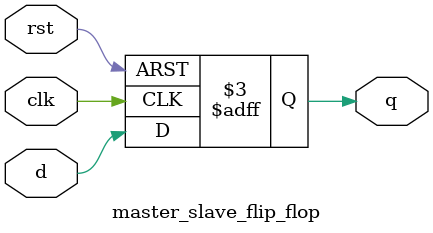
<source format=v>
module master_slave_flip_flop (
  input wire clk,       // Clock input
  input wire rst,       // Reset input
  input wire d,         // Data input
  output reg q         // Output
);

  // Master flip-flop
  always @(posedge clk or posedge rst) begin
    if (rst) begin
      q <= 1'b0;       // Reset the output to 0
    end else begin
      q <= d;          // Update the output with the input data
    end
  end

  // Slave flip-flop
  always @(posedge clk or posedge rst) begin
    if (rst) begin
      // The slave flip-flop is also reset with the master flip-flop
    end else begin
      // The slave flip-flop captures the output of the master flip-flop
    end
  end

endmodule

</source>
